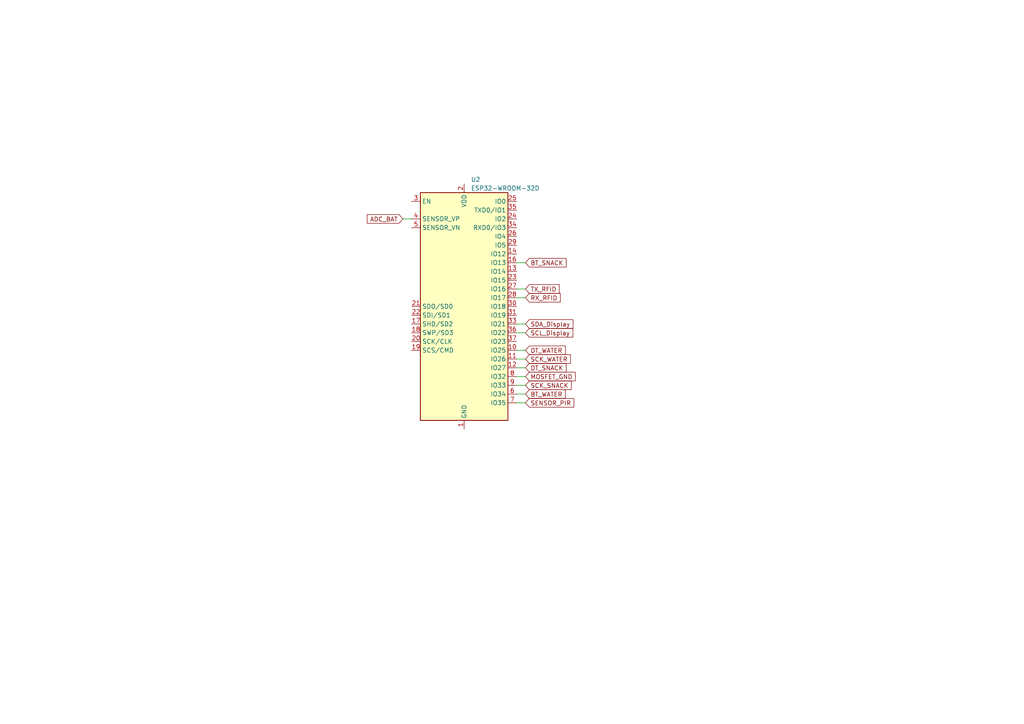
<source format=kicad_sch>
(kicad_sch (version 20230121) (generator eeschema)
  (paper "A4")
  (lib_symbols
    (symbol "RF_Module:ESP32-WROOM-32D"
      (property "Reference" "U" (at -12.7 34.29 0))
      (property "Value" "ESP32-WROOM-32D" (at 1.27 34.29 0))
      (symbol "ESP32-WROOM-32D_0_1"
        (rectangle (start -12.7 33.02) (end 12.7 -33.02) (stroke (width 0.254)) (fill (type background)))
      )
      (symbol "ESP32-WROOM-32D_1_1"
        (pin power_in line (at 0 -35.56 90) (length 2.54) (name "GND") (number "1"))
        (pin bidirectional line (at 15.24 -12.7 180) (length 2.54) (name "IO25") (number "10"))
        (pin bidirectional line (at 15.24 -15.24 180) (length 2.54) (name "IO26") (number "11"))
        (pin bidirectional line (at 15.24 -17.78 180) (length 2.54) (name "IO27") (number "12"))
        (pin bidirectional line (at 15.24 10.16 180) (length 2.54) (name "IO14") (number "13"))
        (pin bidirectional line (at 15.24 15.24 180) (length 2.54) (name "IO12") (number "14"))
        (pin passive line (at 0 -35.56 90) (length 2.54) hide (name "GND") (number "15"))
        (pin bidirectional line (at 15.24 12.7 180) (length 2.54) (name "IO13") (number "16"))
        (pin bidirectional line (at -15.24 -5.08 0) (length 2.54) (name "SHD/SD2") (number "17"))
        (pin bidirectional line (at -15.24 -7.62 0) (length 2.54) (name "SWP/SD3") (number "18"))
        (pin bidirectional line (at -15.24 -12.7 0) (length 2.54) (name "SCS/CMD") (number "19"))
        (pin power_in line (at 0 35.56 270) (length 2.54) (name "VDD") (number "2"))
        (pin bidirectional line (at -15.24 -10.16 0) (length 2.54) (name "SCK/CLK") (number "20"))
        (pin bidirectional line (at -15.24 0 0) (length 2.54) (name "SDO/SD0") (number "21"))
        (pin bidirectional line (at -15.24 -2.54 0) (length 2.54) (name "SDI/SD1") (number "22"))
        (pin bidirectional line (at 15.24 7.62 180) (length 2.54) (name "IO15") (number "23"))
        (pin bidirectional line (at 15.24 25.4 180) (length 2.54) (name "IO2") (number "24"))
        (pin bidirectional line (at 15.24 30.48 180) (length 2.54) (name "IO0") (number "25"))
        (pin bidirectional line (at 15.24 20.32 180) (length 2.54) (name "IO4") (number "26"))
        (pin bidirectional line (at 15.24 5.08 180) (length 2.54) (name "IO16") (number "27"))
        (pin bidirectional line (at 15.24 2.54 180) (length 2.54) (name "IO17") (number "28"))
        (pin bidirectional line (at 15.24 17.78 180) (length 2.54) (name "IO5") (number "29"))
        (pin input line (at -15.24 30.48 0) (length 2.54) (name "EN") (number "3"))
        (pin bidirectional line (at 15.24 0 180) (length 2.54) (name "IO18") (number "30"))
        (pin bidirectional line (at 15.24 -2.54 180) (length 2.54) (name "IO19") (number "31"))
        (pin no_connect line (at -12.7 -27.94 0) (length 2.54) hide (name "NC") (number "32"))
        (pin bidirectional line (at 15.24 -5.08 180) (length 2.54) (name "IO21") (number "33"))
        (pin bidirectional line (at 15.24 22.86 180) (length 2.54) (name "RXD0/IO3") (number "34"))
        (pin bidirectional line (at 15.24 27.94 180) (length 2.54) (name "TXD0/IO1") (number "35"))
        (pin bidirectional line (at 15.24 -7.62 180) (length 2.54) (name "IO22") (number "36"))
        (pin bidirectional line (at 15.24 -10.16 180) (length 2.54) (name "IO23") (number "37"))
        (pin passive line (at 0 -35.56 90) (length 2.54) hide (name "GND") (number "38"))
        (pin passive line (at 0 -35.56 90) (length 2.54) hide (name "GND") (number "39"))
        (pin input line (at -15.24 25.4 0) (length 2.54) (name "SENSOR_VP") (number "4"))
        (pin input line (at -15.24 22.86 0) (length 2.54) (name "SENSOR_VN") (number "5"))
        (pin input line (at 15.24 -25.4 180) (length 2.54) (name "IO34") (number "6"))
        (pin input line (at 15.24 -27.94 180) (length 2.54) (name "IO35") (number "7"))
        (pin bidirectional line (at 15.24 -20.32 180) (length 2.54) (name "IO32") (number "8"))
        (pin bidirectional line (at 15.24 -22.86 180) (length 2.54) (name "IO33") (number "9"))
      )
    )
  )
  (wire (pts (xy 149.86 111.76) (xy 152.4 111.76)))
  (wire (pts (xy 149.86 116.84) (xy 152.4 116.84)))
  (wire (pts (xy 149.86 93.98) (xy 152.4 93.98)))
  (wire (pts (xy 149.86 96.52) (xy 152.4 96.52)))
  (wire (pts (xy 149.86 109.22) (xy 152.4 109.22)))
  (wire (pts (xy 149.86 106.68) (xy 152.4 106.68)))
  (wire (pts (xy 149.86 76.2) (xy 152.4 76.2)))
  (wire (pts (xy 149.86 86.36) (xy 152.4 86.36)))
  (wire (pts (xy 149.86 114.3) (xy 152.4 114.3)))
  (wire (pts (xy 149.86 83.82) (xy 152.4 83.82)))
  (wire (pts (xy 149.86 101.6) (xy 152.4 101.6)))
  (wire (pts (xy 149.86 104.14) (xy 152.4 104.14)))
  (wire (pts (xy 116.84 63.5) (xy 119.38 63.5)))
  (global_label "TX_RFID" (shape input) (at 152.4 83.82 0) (property "Intersheetrefs" "${INTERSHEET_REFS}" (effects hide)))
  (global_label "RX_RFID" (shape input) (at 152.4 86.36 0) (property "Intersheetrefs" "${INTERSHEET_REFS}" (effects hide)))
  (global_label "SCL_Display" (shape input) (at 152.4 96.52 0) (property "Intersheetrefs" "${INTERSHEET_REFS}" (effects hide)))
  (global_label "DT_SNACK" (shape input) (at 152.4 106.68 0) (property "Intersheetrefs" "${INTERSHEET_REFS}" (effects hide)))
  (global_label "ADC_BAT" (shape input) (at 116.84 63.5 180) (property "Intersheetrefs" "${INTERSHEET_REFS}" (effects hide)))
  (global_label "SCK_WATER" (shape input) (at 152.4 104.14 0) (property "Intersheetrefs" "${INTERSHEET_REFS}" (effects hide)))
  (global_label "SDA_Display" (shape input) (at 152.4 93.98 0) (property "Intersheetrefs" "${INTERSHEET_REFS}" (effects hide)))
  (global_label "SCK_SNACK" (shape input) (at 152.4 111.76 0) (property "Intersheetrefs" "${INTERSHEET_REFS}" (effects hide)))
  (global_label "SENSOR_PIR" (shape input) (at 152.4 116.84 0) (property "Intersheetrefs" "${INTERSHEET_REFS}" (effects hide)))
  (global_label "BT_SNACK" (shape input) (at 152.4 76.2 0) (property "Intersheetrefs" "${INTERSHEET_REFS}" (effects hide)))
  (global_label "BT_WATER" (shape input) (at 152.4 114.3 0) (property "Intersheetrefs" "${INTERSHEET_REFS}" (effects hide)))
  (global_label "DT_WATER" (shape input) (at 152.4 101.6 0) (property "Intersheetrefs" "${INTERSHEET_REFS}" (effects hide)))
  (global_label "MOSFET_GND" (shape input) (at 152.4 109.22 0) (property "Intersheetrefs" "${INTERSHEET_REFS}" (effects hide)))
  (symbol (lib_id "RF_Module:ESP32-WROOM-32D") (at 134.62 88.9 0) (unit 1)
    (property "Reference" "U2" (at 136.5759 52.07 0) (effects (justify left)))
    (property "Value" "ESP32-WROOM-32D" (at 136.5759 54.61 0) (effects (justify left)))
    (property "Footprint" "RF_Module:ESP32-WROOM-32D" (effects hide))
    (property "Datasheet" "https://www.espressif.com/sites/default/files/documentation/esp32-wroom-32d_esp32-wroom-32u_datasheet_en.pdf" (effects hide))
  )
)
</source>
